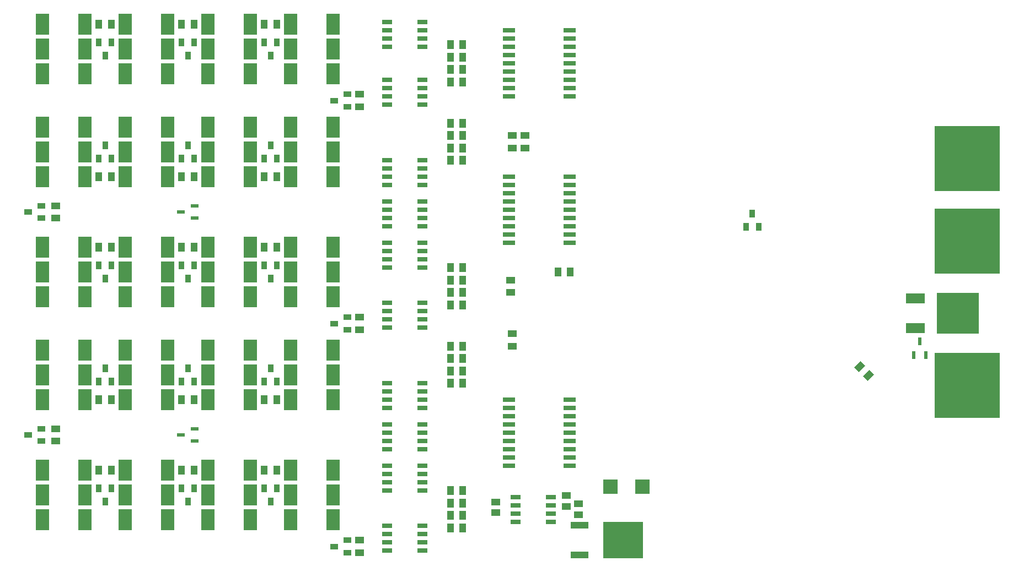
<source format=gbr>
G04 #@! TF.GenerationSoftware,KiCad,Pcbnew,(5.1.5)-3*
G04 #@! TF.CreationDate,2020-06-17T20:43:19-07:00*
G04 #@! TF.ProjectId,BMS Board,424d5320-426f-4617-9264-2e6b69636164,rev?*
G04 #@! TF.SameCoordinates,Original*
G04 #@! TF.FileFunction,Paste,Bot*
G04 #@! TF.FilePolarity,Positive*
%FSLAX46Y46*%
G04 Gerber Fmt 4.6, Leading zero omitted, Abs format (unit mm)*
G04 Created by KiCad (PCBNEW (5.1.5)-3) date 2020-06-17 20:43:19*
%MOMM*%
%LPD*%
G04 APERTURE LIST*
%ADD10R,1.850000X0.650000*%
%ADD11R,1.525000X0.650000*%
%ADD12R,0.600000X1.250000*%
%ADD13R,1.250000X0.600000*%
%ADD14R,1.400000X1.050000*%
%ADD15R,1.050000X1.400000*%
%ADD16C,0.100000*%
%ADD17R,2.000000X3.200000*%
%ADD18R,2.900000X1.500000*%
%ADD19R,6.500000X6.300000*%
%ADD20R,6.150000X5.550000*%
%ADD21R,2.750000X1.000000*%
%ADD22R,1.470000X1.020000*%
%ADD23R,2.300000X2.300000*%
%ADD24R,10.000000X10.000000*%
%ADD25R,0.900000X1.200000*%
%ADD26R,1.200000X0.900000*%
G04 APERTURE END LIST*
D10*
X220750000Y-400685000D03*
X220750000Y-401955000D03*
X220750000Y-403225000D03*
X220750000Y-404495000D03*
X220750000Y-405765000D03*
X220750000Y-407035000D03*
X220750000Y-408305000D03*
X220750000Y-409575000D03*
X220750000Y-410845000D03*
X230100000Y-410845000D03*
X230100000Y-409575000D03*
X230100000Y-408305000D03*
X230100000Y-407035000D03*
X230100000Y-405765000D03*
X230100000Y-404495000D03*
X230100000Y-403225000D03*
X230100000Y-401955000D03*
X230100000Y-400685000D03*
X220750000Y-366395000D03*
X220750000Y-367665000D03*
X220750000Y-368935000D03*
X220750000Y-370205000D03*
X220750000Y-371475000D03*
X220750000Y-372745000D03*
X220750000Y-374015000D03*
X220750000Y-375285000D03*
X220750000Y-376555000D03*
X230100000Y-376555000D03*
X230100000Y-375285000D03*
X230100000Y-374015000D03*
X230100000Y-372745000D03*
X230100000Y-371475000D03*
X230100000Y-370205000D03*
X230100000Y-368935000D03*
X230100000Y-367665000D03*
X230100000Y-366395000D03*
X220750000Y-343852500D03*
X220750000Y-345122500D03*
X220750000Y-346392500D03*
X220750000Y-347662500D03*
X220750000Y-348932500D03*
X220750000Y-350202500D03*
X220750000Y-351472500D03*
X220750000Y-352742500D03*
X220750000Y-354012500D03*
X230100000Y-354012500D03*
X230100000Y-352742500D03*
X230100000Y-351472500D03*
X230100000Y-350202500D03*
X230100000Y-348932500D03*
X230100000Y-347662500D03*
X230100000Y-346392500D03*
X230100000Y-345122500D03*
X230100000Y-343852500D03*
D11*
X221760500Y-415607500D03*
X221760500Y-416877500D03*
X221760500Y-418147500D03*
X221760500Y-419417500D03*
X227184500Y-419417500D03*
X227184500Y-418147500D03*
X227184500Y-416877500D03*
X227184500Y-415607500D03*
D12*
X283845000Y-391697500D03*
X282895000Y-393797500D03*
X284795000Y-393797500D03*
D13*
X170400000Y-406082500D03*
X172500000Y-407032500D03*
X172500000Y-405132500D03*
X170400000Y-371792500D03*
X172500000Y-372742500D03*
X172500000Y-370842500D03*
D11*
X207499500Y-423862500D03*
X207499500Y-422592500D03*
X207499500Y-421322500D03*
X207499500Y-420052500D03*
X202075500Y-420052500D03*
X202075500Y-421322500D03*
X202075500Y-422592500D03*
X202075500Y-423862500D03*
X207499500Y-414655000D03*
X207499500Y-413385000D03*
X207499500Y-412115000D03*
X207499500Y-410845000D03*
X202075500Y-410845000D03*
X202075500Y-412115000D03*
X202075500Y-413385000D03*
X202075500Y-414655000D03*
X207499500Y-408305000D03*
X207499500Y-407035000D03*
X207499500Y-405765000D03*
X207499500Y-404495000D03*
X202075500Y-404495000D03*
X202075500Y-405765000D03*
X202075500Y-407035000D03*
X202075500Y-408305000D03*
X207499500Y-401955000D03*
X207499500Y-400685000D03*
X207499500Y-399415000D03*
X207499500Y-398145000D03*
X202075500Y-398145000D03*
X202075500Y-399415000D03*
X202075500Y-400685000D03*
X202075500Y-401955000D03*
X207499500Y-389572500D03*
X207499500Y-388302500D03*
X207499500Y-387032500D03*
X207499500Y-385762500D03*
X202075500Y-385762500D03*
X202075500Y-387032500D03*
X202075500Y-388302500D03*
X202075500Y-389572500D03*
X207499500Y-380365000D03*
X207499500Y-379095000D03*
X207499500Y-377825000D03*
X207499500Y-376555000D03*
X202075500Y-376555000D03*
X202075500Y-377825000D03*
X202075500Y-379095000D03*
X202075500Y-380365000D03*
X207499500Y-374015000D03*
X207499500Y-372745000D03*
X207499500Y-371475000D03*
X207499500Y-370205000D03*
X202075500Y-370205000D03*
X202075500Y-371475000D03*
X202075500Y-372745000D03*
X202075500Y-374015000D03*
X207499500Y-367665000D03*
X207499500Y-366395000D03*
X207499500Y-365125000D03*
X207499500Y-363855000D03*
X202075500Y-363855000D03*
X202075500Y-365125000D03*
X202075500Y-366395000D03*
X202075500Y-367665000D03*
X207499500Y-355282500D03*
X207499500Y-354012500D03*
X207499500Y-352742500D03*
X207499500Y-351472500D03*
X202075500Y-351472500D03*
X202075500Y-352742500D03*
X202075500Y-354012500D03*
X202075500Y-355282500D03*
X207499500Y-346392500D03*
X207499500Y-345122500D03*
X207499500Y-343852500D03*
X207499500Y-342582500D03*
X202075500Y-342582500D03*
X202075500Y-343852500D03*
X202075500Y-345122500D03*
X202075500Y-346392500D03*
D14*
X221297500Y-392427500D03*
X221297500Y-390527500D03*
X220980000Y-382272500D03*
X220980000Y-384172500D03*
X221297500Y-360047500D03*
X221297500Y-361947500D03*
X223202500Y-360047500D03*
X223202500Y-361947500D03*
D15*
X230185000Y-381000000D03*
X228285000Y-381000000D03*
D16*
G36*
X275466955Y-395444505D02*
G01*
X274477005Y-396434455D01*
X273734543Y-395691993D01*
X274724493Y-394702043D01*
X275466955Y-395444505D01*
G37*
G36*
X276810457Y-396788007D02*
G01*
X275820507Y-397777957D01*
X275078045Y-397035495D01*
X276067995Y-396045545D01*
X276810457Y-396788007D01*
G37*
D17*
X193750000Y-419100000D03*
X187250000Y-419100000D03*
X193750000Y-415290000D03*
X187250000Y-415290000D03*
X193750000Y-411480000D03*
X187250000Y-411480000D03*
X181050000Y-419100000D03*
X174550000Y-419100000D03*
X181050000Y-415290000D03*
X174550000Y-415290000D03*
X181050000Y-411480000D03*
X174550000Y-411480000D03*
X168350000Y-419100000D03*
X161850000Y-419100000D03*
X168350000Y-415290000D03*
X161850000Y-415290000D03*
X168350000Y-411480000D03*
X161850000Y-411480000D03*
X155650000Y-419100000D03*
X149150000Y-419100000D03*
X155650000Y-415290000D03*
X149150000Y-415290000D03*
X155650000Y-411480000D03*
X149150000Y-411480000D03*
X149150000Y-400685000D03*
X155650000Y-400685000D03*
X149150000Y-396875000D03*
X155650000Y-396875000D03*
X149150000Y-393065000D03*
X155650000Y-393065000D03*
X161850000Y-393065000D03*
X168350000Y-393065000D03*
X161850000Y-396875000D03*
X168350000Y-396875000D03*
X161850000Y-400685000D03*
X168350000Y-400685000D03*
X174550000Y-400685000D03*
X181050000Y-400685000D03*
X174550000Y-396875000D03*
X181050000Y-396875000D03*
X174550000Y-393065000D03*
X181050000Y-393065000D03*
X187250000Y-400685000D03*
X193750000Y-400685000D03*
X187250000Y-396875000D03*
X193750000Y-396875000D03*
X187250000Y-393065000D03*
X193750000Y-393065000D03*
X193750000Y-384810000D03*
X187250000Y-384810000D03*
X193750000Y-381000000D03*
X187250000Y-381000000D03*
X193750000Y-377190000D03*
X187250000Y-377190000D03*
X181050000Y-384810000D03*
X174550000Y-384810000D03*
X181050000Y-381000000D03*
X174550000Y-381000000D03*
X181050000Y-377190000D03*
X174550000Y-377190000D03*
X168350000Y-384810000D03*
X161850000Y-384810000D03*
X168350000Y-381000000D03*
X161850000Y-381000000D03*
X168350000Y-377190000D03*
X161850000Y-377190000D03*
X155650000Y-384810000D03*
X149150000Y-384810000D03*
X155650000Y-381000000D03*
X149150000Y-381000000D03*
X155650000Y-377190000D03*
X149150000Y-377190000D03*
X149150000Y-366395000D03*
X155650000Y-366395000D03*
X149150000Y-362585000D03*
X155650000Y-362585000D03*
X149150000Y-358775000D03*
X155650000Y-358775000D03*
X161850000Y-366395000D03*
X168350000Y-366395000D03*
X161850000Y-362585000D03*
X168350000Y-362585000D03*
X161850000Y-358775000D03*
X168350000Y-358775000D03*
X174550000Y-366395000D03*
X181050000Y-366395000D03*
X174550000Y-362585000D03*
X181050000Y-362585000D03*
X174550000Y-358775000D03*
X181050000Y-358775000D03*
X187250000Y-366395000D03*
X193750000Y-366395000D03*
X187250000Y-362585000D03*
X193750000Y-362585000D03*
X187250000Y-358775000D03*
X193750000Y-358775000D03*
X193750000Y-350520000D03*
X187250000Y-350520000D03*
X193750000Y-346710000D03*
X187250000Y-346710000D03*
X193750000Y-342900000D03*
X187250000Y-342900000D03*
X181050000Y-350520000D03*
X174550000Y-350520000D03*
X181050000Y-346710000D03*
X174550000Y-346710000D03*
X181050000Y-342900000D03*
X174550000Y-342900000D03*
X168350000Y-350520000D03*
X161850000Y-350520000D03*
X168350000Y-346710000D03*
X161850000Y-346710000D03*
X168350000Y-342900000D03*
X161850000Y-342900000D03*
X155650000Y-350520000D03*
X149150000Y-350520000D03*
X155650000Y-346710000D03*
X149150000Y-346710000D03*
X155650000Y-342900000D03*
X149150000Y-342900000D03*
D14*
X197802500Y-424177500D03*
X197802500Y-422277500D03*
D15*
X185100000Y-411480000D03*
X183200000Y-411480000D03*
X172400000Y-411480000D03*
X170500000Y-411480000D03*
X159700000Y-411480000D03*
X157800000Y-411480000D03*
D14*
X151130000Y-407032500D03*
X151130000Y-405132500D03*
D15*
X157800000Y-400685000D03*
X159700000Y-400685000D03*
X170500000Y-400685000D03*
X172400000Y-400685000D03*
X183200000Y-400685000D03*
X185100000Y-400685000D03*
D14*
X197802500Y-389887500D03*
X197802500Y-387987500D03*
D15*
X185100000Y-377190000D03*
X183200000Y-377190000D03*
X172400000Y-377190000D03*
X170500000Y-377190000D03*
X159700000Y-377190000D03*
X157800000Y-377190000D03*
D14*
X151130000Y-372742500D03*
X151130000Y-370842500D03*
D15*
X157800000Y-366395000D03*
X159700000Y-366395000D03*
X170500000Y-366395000D03*
X172400000Y-366395000D03*
X183200000Y-366395000D03*
X185100000Y-366395000D03*
D14*
X197802500Y-355597500D03*
X197802500Y-353697500D03*
D15*
X185100000Y-342900000D03*
X183200000Y-342900000D03*
X172400000Y-342900000D03*
X170500000Y-342900000D03*
X159700000Y-342900000D03*
X157800000Y-342900000D03*
X211775000Y-420370000D03*
X213675000Y-420370000D03*
X211775000Y-418465000D03*
X213675000Y-418465000D03*
X211775000Y-416560000D03*
X213675000Y-416560000D03*
X211775000Y-414655000D03*
X213675000Y-414655000D03*
X211775000Y-398145000D03*
X213675000Y-398145000D03*
X211775000Y-396240000D03*
X213675000Y-396240000D03*
X211775000Y-394335000D03*
X213675000Y-394335000D03*
X211775000Y-392430000D03*
X213675000Y-392430000D03*
X211775000Y-386080000D03*
X213675000Y-386080000D03*
X211775000Y-384175000D03*
X213675000Y-384175000D03*
X211775000Y-382270000D03*
X213675000Y-382270000D03*
X211775000Y-380365000D03*
X213675000Y-380365000D03*
X211775000Y-363855000D03*
X213675000Y-363855000D03*
X211775000Y-361950000D03*
X213675000Y-361950000D03*
X211775000Y-360045000D03*
X213675000Y-360045000D03*
X211775000Y-358140000D03*
X213675000Y-358140000D03*
X211775000Y-351790000D03*
X213675000Y-351790000D03*
X211775000Y-349885000D03*
X213675000Y-349885000D03*
X211775000Y-347980000D03*
X213675000Y-347980000D03*
X211775000Y-346075000D03*
X213675000Y-346075000D03*
D18*
X283182500Y-385064000D03*
D19*
X289682500Y-387350000D03*
D18*
X283182500Y-389636000D03*
D20*
X238300000Y-422275000D03*
D21*
X231600000Y-419985000D03*
X231600000Y-424565000D03*
D22*
X218757500Y-416385000D03*
X218757500Y-418005000D03*
X229552500Y-415432500D03*
X229552500Y-417052500D03*
D23*
X236310000Y-414020000D03*
X241210000Y-414020000D03*
D22*
X231457500Y-416702500D03*
X231457500Y-418322500D03*
D24*
X291147500Y-376237500D03*
X291147500Y-363537500D03*
X291147500Y-398462500D03*
D25*
X258127500Y-372062500D03*
X257177500Y-374062500D03*
X259077500Y-374062500D03*
D26*
X193945000Y-423227500D03*
X195945000Y-424177500D03*
X195945000Y-422277500D03*
D25*
X184150000Y-416290000D03*
X185100000Y-414290000D03*
X183200000Y-414290000D03*
X171450000Y-416290000D03*
X172400000Y-414290000D03*
X170500000Y-414290000D03*
X158750000Y-416290000D03*
X159700000Y-414290000D03*
X157800000Y-414290000D03*
D26*
X146955000Y-406082500D03*
X148955000Y-407032500D03*
X148955000Y-405132500D03*
D25*
X158750000Y-395875000D03*
X157800000Y-397875000D03*
X159700000Y-397875000D03*
X171450000Y-395875000D03*
X170500000Y-397875000D03*
X172400000Y-397875000D03*
X184150000Y-395875000D03*
X183200000Y-397875000D03*
X185100000Y-397875000D03*
D26*
X193945000Y-388937500D03*
X195945000Y-389887500D03*
X195945000Y-387987500D03*
D25*
X184150000Y-382000000D03*
X185100000Y-380000000D03*
X183200000Y-380000000D03*
X171450000Y-382000000D03*
X172400000Y-380000000D03*
X170500000Y-380000000D03*
X158750000Y-382000000D03*
X159700000Y-380000000D03*
X157800000Y-380000000D03*
D26*
X146955000Y-371792500D03*
X148955000Y-372742500D03*
X148955000Y-370842500D03*
D25*
X158750000Y-361585000D03*
X157800000Y-363585000D03*
X159700000Y-363585000D03*
X171450000Y-361585000D03*
X170500000Y-363585000D03*
X172400000Y-363585000D03*
X184150000Y-361585000D03*
X183200000Y-363585000D03*
X185100000Y-363585000D03*
D26*
X193945000Y-354647500D03*
X195945000Y-355597500D03*
X195945000Y-353697500D03*
D25*
X184150000Y-347710000D03*
X185100000Y-345710000D03*
X183200000Y-345710000D03*
X171450000Y-347710000D03*
X172400000Y-345710000D03*
X170500000Y-345710000D03*
X158750000Y-347710000D03*
X159700000Y-345710000D03*
X157800000Y-345710000D03*
M02*

</source>
